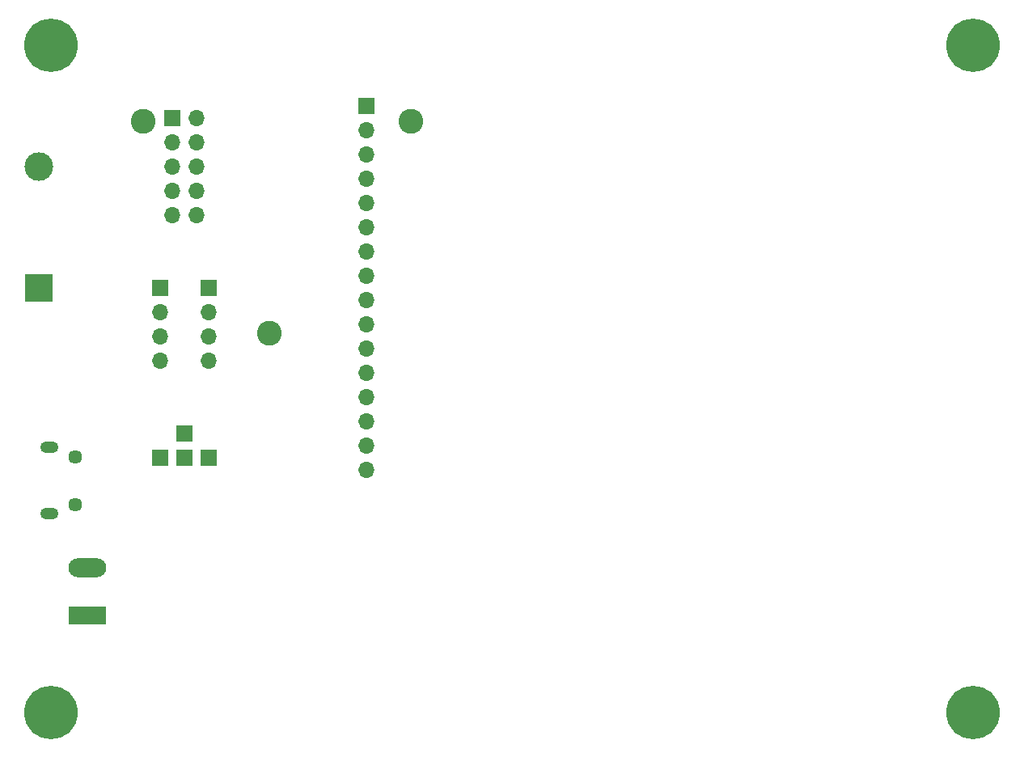
<source format=gbr>
%TF.GenerationSoftware,KiCad,Pcbnew,(5.1.9)-1*%
%TF.CreationDate,2022-07-27T20:03:32-05:00*%
%TF.ProjectId,GPSPuck,47505350-7563-46b2-9e6b-696361645f70,2*%
%TF.SameCoordinates,Original*%
%TF.FileFunction,Soldermask,Bot*%
%TF.FilePolarity,Negative*%
%FSLAX46Y46*%
G04 Gerber Fmt 4.6, Leading zero omitted, Abs format (unit mm)*
G04 Created by KiCad (PCBNEW (5.1.9)-1) date 2022-07-27 20:03:32*
%MOMM*%
%LPD*%
G01*
G04 APERTURE LIST*
%ADD10C,5.600000*%
%ADD11C,3.600000*%
%ADD12R,1.700000X1.700000*%
%ADD13O,1.700000X1.700000*%
%ADD14O,1.900000X1.200000*%
%ADD15C,1.450000*%
%ADD16O,3.960000X1.980000*%
%ADD17R,3.960000X1.980000*%
%ADD18C,3.000000*%
%ADD19R,3.000000X3.000000*%
%ADD20C,2.600000*%
G04 APERTURE END LIST*
D10*
%TO.C,H4*%
X74930000Y-64770000D03*
D11*
X74930000Y-64770000D03*
%TD*%
D10*
%TO.C,H3*%
X171450000Y-64770000D03*
D11*
X171450000Y-64770000D03*
%TD*%
D10*
%TO.C,H2*%
X171450000Y-134620000D03*
D11*
X171450000Y-134620000D03*
%TD*%
D10*
%TO.C,H1*%
X74930000Y-134620000D03*
D11*
X74930000Y-134620000D03*
%TD*%
D12*
%TO.C,J10*%
X91440000Y-90170000D03*
D13*
X91440000Y-92710000D03*
X91440000Y-95250000D03*
X91440000Y-97790000D03*
%TD*%
%TO.C,J9*%
X86360000Y-97790000D03*
X86360000Y-95250000D03*
X86360000Y-92710000D03*
D12*
X86360000Y-90170000D03*
%TD*%
D13*
%TO.C,J8*%
X107950000Y-109220000D03*
X107950000Y-106680000D03*
X107950000Y-104140000D03*
X107950000Y-101600000D03*
X107950000Y-99060000D03*
X107950000Y-96520000D03*
X107950000Y-93980000D03*
X107950000Y-91440000D03*
X107950000Y-88900000D03*
X107950000Y-86360000D03*
X107950000Y-83820000D03*
X107950000Y-81280000D03*
X107950000Y-78740000D03*
X107950000Y-76200000D03*
X107950000Y-73660000D03*
D12*
X107950000Y-71120000D03*
%TD*%
D13*
%TO.C,J7*%
X90170000Y-82550000D03*
X87630000Y-82550000D03*
X90170000Y-80010000D03*
X87630000Y-80010000D03*
X90170000Y-77470000D03*
X87630000Y-77470000D03*
X90170000Y-74930000D03*
X87630000Y-74930000D03*
X90170000Y-72390000D03*
D12*
X87630000Y-72390000D03*
%TD*%
%TO.C,J6*%
X88900000Y-105410000D03*
%TD*%
%TO.C,J5*%
X88900000Y-107950000D03*
%TD*%
%TO.C,J4*%
X86360000Y-107950000D03*
%TD*%
%TO.C,J3*%
X91440000Y-107950000D03*
%TD*%
D14*
%TO.C,J2*%
X74708500Y-113863000D03*
X74708500Y-106863000D03*
D15*
X77408500Y-112863000D03*
X77408500Y-107863000D03*
%TD*%
D16*
%TO.C,J1*%
X78740000Y-119460000D03*
D17*
X78740000Y-124460000D03*
%TD*%
D18*
%TO.C,BT1*%
X73660000Y-77470000D03*
D19*
X73660000Y-90170000D03*
D20*
X84560000Y-72720000D03*
X112560000Y-72720000D03*
X97810000Y-94920000D03*
%TD*%
M02*

</source>
